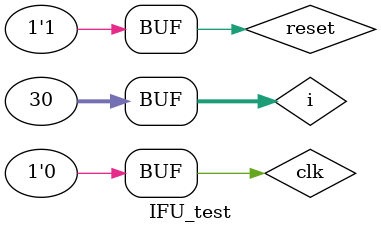
<source format=v>
`timescale 1ns / 1ps


module IFU_test;

	// Inputs
	reg clk;
	reg reset;
	reg [31:0] npc;

	// Outputs
	wire [31:0] instr;
	wire [31:0] pc;
	wire [4:0] rs;
	wire [4:0] rt;
	wire [4:0] rd;
	wire [15:0] imm;
	wire [25:0] imm26;
	wire [5:0] OP;
	wire [5:0] Func;

	// Instantiate the Unit Under Test (UUT)
	IFU uut (
		.clk(clk), 
		.reset(reset), 
		.npc(npc), 
		.instr(instr), 
		.pc(pc), 
		.rs(rs), 
		.rt(rt), 
		.rd(rd), 
		.imm(imm), 
		.imm26(imm26), 
		.OP(OP), 
		.Func(Func)
	);
	integer i;

	initial begin
		// Initialize Inputs
		clk = 0;
		reset = 0;
		npc = 0;

		// Wait 100 ns for global reset to finish
		#100;
				
        
		// Add stimulus here
      for(i=0;i < 30;i = i + 1) begin
		npc = pc + 4;
      clk = 1;
      #100;
      clk = 0;
      #100;
      end

      reset = 1;
      #100;

	end
      
endmodule


</source>
